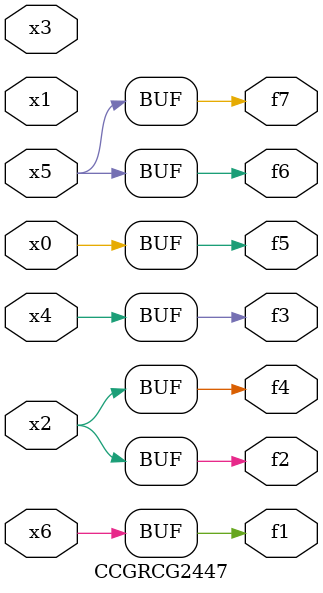
<source format=v>
module CCGRCG2447(
	input x0, x1, x2, x3, x4, x5, x6,
	output f1, f2, f3, f4, f5, f6, f7
);
	assign f1 = x6;
	assign f2 = x2;
	assign f3 = x4;
	assign f4 = x2;
	assign f5 = x0;
	assign f6 = x5;
	assign f7 = x5;
endmodule

</source>
